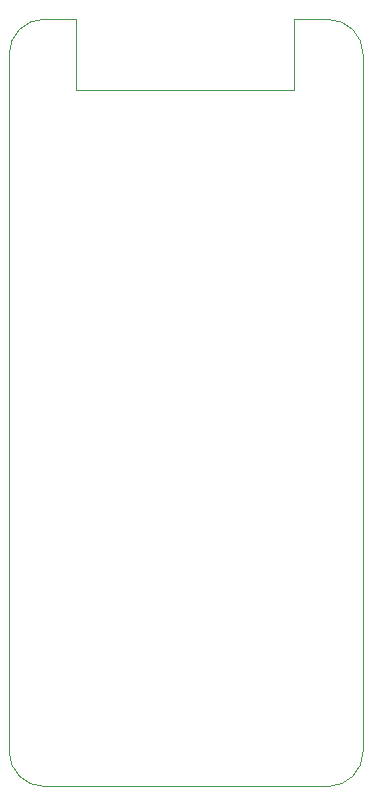
<source format=gm1>
G04 #@! TF.GenerationSoftware,KiCad,Pcbnew,(5.1.9)-1*
G04 #@! TF.CreationDate,2021-01-22T20:27:00+08:00*
G04 #@! TF.ProjectId,esp-break,6573702d-6272-4656-916b-2e6b69636164,rev?*
G04 #@! TF.SameCoordinates,Original*
G04 #@! TF.FileFunction,Profile,NP*
%FSLAX46Y46*%
G04 Gerber Fmt 4.6, Leading zero omitted, Abs format (unit mm)*
G04 Created by KiCad (PCBNEW (5.1.9)-1) date 2021-01-22 20:27:00*
%MOMM*%
%LPD*%
G01*
G04 APERTURE LIST*
G04 #@! TA.AperFunction,Profile*
%ADD10C,0.050000*%
G04 #@! TD*
G04 APERTURE END LIST*
D10*
X125806200Y-56680100D02*
X107315000Y-56680100D01*
X125806200Y-54658260D02*
X125806200Y-56680100D01*
X107315000Y-54632860D02*
X107315000Y-56680100D01*
X125806200Y-54658260D02*
X125806200Y-50723800D01*
X107315000Y-50698400D02*
X107315000Y-54325520D01*
X107315000Y-54632860D02*
X107315000Y-54325520D01*
X107315000Y-50698400D02*
X104622600Y-50698400D01*
X101650800Y-53670200D02*
X101650800Y-112699800D01*
X128651000Y-50723800D02*
X125806200Y-50723800D01*
X131622800Y-53695600D02*
X131622800Y-112699800D01*
X104622600Y-115671600D02*
X128651000Y-115671600D01*
X104622600Y-115671600D02*
G75*
G02*
X101650800Y-112699800I0J2971800D01*
G01*
X131622800Y-112699800D02*
G75*
G02*
X128651000Y-115671600I-2971800J0D01*
G01*
X128651000Y-50723800D02*
G75*
G02*
X131622800Y-53695600I0J-2971800D01*
G01*
X101650800Y-53670200D02*
G75*
G02*
X104622600Y-50698400I2971800J0D01*
G01*
M02*

</source>
